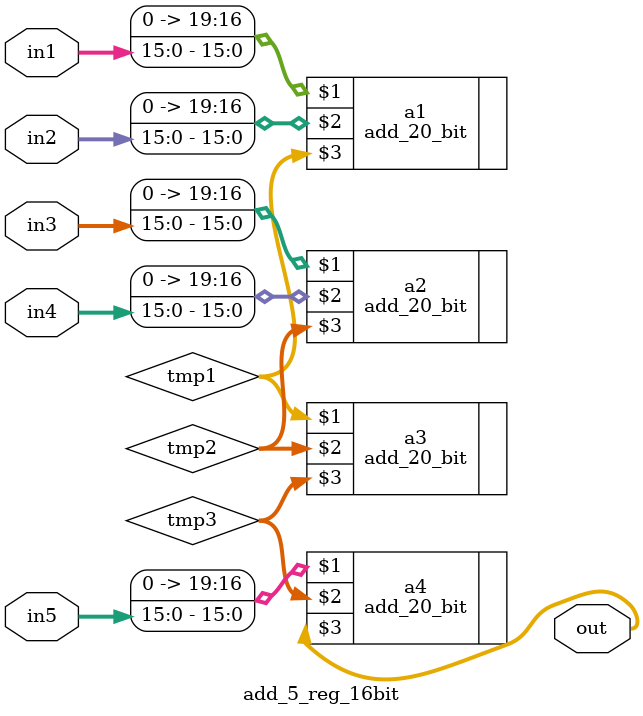
<source format=v>
module add_5_reg_16bit(
  input [15:0] in1, in2, in3, in4, in5,
  output [19:0] out
  );
  wire [19:0] tmp1, tmp2, tmp3, tmp4;
  //assign out = in1 + in2 + in3 + in4 + in5;
  
  add_20_bit a1({4'b0, in1}, {4'b0, in2}, tmp1);
  add_20_bit a2({4'b0, in3}, {4'b0, in4}, tmp2);
  add_20_bit a3(tmp1, tmp2, tmp3);
  add_20_bit a4({4'b0, in5}, tmp3, out);
  
endmodule

</source>
